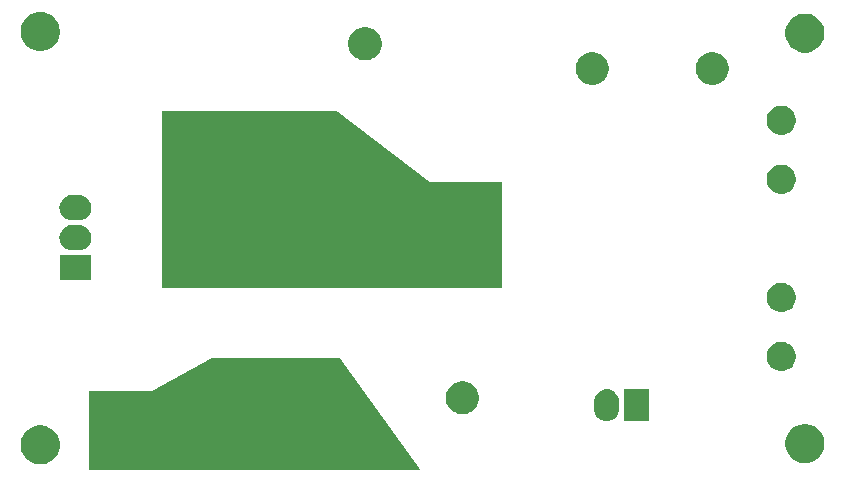
<source format=gbr>
G04 #@! TF.GenerationSoftware,KiCad,Pcbnew,(5.1.4)-1*
G04 #@! TF.CreationDate,2021-02-21T00:25:35+00:00*
G04 #@! TF.ProjectId,5v_to_bipolar15v_PSU,35765f74-6f5f-4626-9970-6f6c61723135,rev?*
G04 #@! TF.SameCoordinates,Original*
G04 #@! TF.FileFunction,Soldermask,Bot*
G04 #@! TF.FilePolarity,Negative*
%FSLAX46Y46*%
G04 Gerber Fmt 4.6, Leading zero omitted, Abs format (unit mm)*
G04 Created by KiCad (PCBNEW (5.1.4)-1) date 2021-02-21 00:25:35*
%MOMM*%
%LPD*%
G04 APERTURE LIST*
%ADD10C,0.100000*%
G04 APERTURE END LIST*
D10*
G36*
X150110500Y-92183400D02*
G01*
X156270000Y-92183400D01*
X156270000Y-101073400D01*
X127504500Y-101073400D01*
X127504500Y-86214400D01*
X142300000Y-86214400D01*
X150110500Y-92183400D01*
G37*
X150110500Y-92183400D02*
X156270000Y-92183400D01*
X156270000Y-101073400D01*
X127504500Y-101073400D01*
X127504500Y-86214400D01*
X142300000Y-86214400D01*
X150110500Y-92183400D01*
G36*
X149285000Y-116503900D02*
G01*
X121308000Y-116487400D01*
X121308000Y-109883400D01*
X126642000Y-109883400D01*
X131722000Y-107089400D01*
X142517000Y-107089400D01*
X149285000Y-116503900D01*
G37*
X149285000Y-116503900D02*
X121308000Y-116487400D01*
X121308000Y-109883400D01*
X126642000Y-109883400D01*
X131722000Y-107089400D01*
X142517000Y-107089400D01*
X149285000Y-116503900D01*
G36*
X117592756Y-112857698D02*
G01*
X117699079Y-112878847D01*
X117999542Y-113003303D01*
X118269951Y-113183985D01*
X118499915Y-113413949D01*
X118680597Y-113684358D01*
X118805053Y-113984821D01*
X118868500Y-114303791D01*
X118868500Y-114629009D01*
X118805053Y-114947979D01*
X118680597Y-115248442D01*
X118499915Y-115518851D01*
X118269951Y-115748815D01*
X117999542Y-115929497D01*
X117699079Y-116053953D01*
X117592756Y-116075102D01*
X117380111Y-116117400D01*
X117054889Y-116117400D01*
X116842244Y-116075102D01*
X116735921Y-116053953D01*
X116435458Y-115929497D01*
X116165049Y-115748815D01*
X115935085Y-115518851D01*
X115754403Y-115248442D01*
X115629947Y-114947979D01*
X115566500Y-114629009D01*
X115566500Y-114303791D01*
X115629947Y-113984821D01*
X115754403Y-113684358D01*
X115935085Y-113413949D01*
X116165049Y-113183985D01*
X116435458Y-113003303D01*
X116735921Y-112878847D01*
X116842244Y-112857698D01*
X117054889Y-112815400D01*
X117380111Y-112815400D01*
X117592756Y-112857698D01*
X117592756Y-112857698D01*
G37*
G36*
X182336256Y-112744698D02*
G01*
X182442579Y-112765847D01*
X182743042Y-112890303D01*
X183013451Y-113070985D01*
X183243415Y-113300949D01*
X183424097Y-113571358D01*
X183548553Y-113871821D01*
X183612000Y-114190791D01*
X183612000Y-114516009D01*
X183548553Y-114834979D01*
X183424097Y-115135442D01*
X183243415Y-115405851D01*
X183013451Y-115635815D01*
X182743042Y-115816497D01*
X182442579Y-115940953D01*
X182336256Y-115962102D01*
X182123611Y-116004400D01*
X181798389Y-116004400D01*
X181585744Y-115962102D01*
X181479421Y-115940953D01*
X181178958Y-115816497D01*
X180908549Y-115635815D01*
X180678585Y-115405851D01*
X180497903Y-115135442D01*
X180373447Y-114834979D01*
X180310000Y-114516009D01*
X180310000Y-114190791D01*
X180373447Y-113871821D01*
X180497903Y-113571358D01*
X180678585Y-113300949D01*
X180908549Y-113070985D01*
X181178958Y-112890303D01*
X181479421Y-112765847D01*
X181585744Y-112744698D01*
X181798389Y-112702400D01*
X182123611Y-112702400D01*
X182336256Y-112744698D01*
X182336256Y-112744698D01*
G37*
G36*
X165377032Y-109767607D02*
G01*
X165509446Y-109807775D01*
X165575149Y-109827706D01*
X165671975Y-109879461D01*
X165757729Y-109925297D01*
X165917765Y-110056635D01*
X166049103Y-110216671D01*
X166080291Y-110275021D01*
X166146694Y-110399251D01*
X166146695Y-110399255D01*
X166206793Y-110597369D01*
X166222000Y-110751771D01*
X166222000Y-111455030D01*
X166206793Y-111609432D01*
X166146695Y-111807545D01*
X166146694Y-111807549D01*
X166112025Y-111872410D01*
X166049103Y-111990129D01*
X165917765Y-112150165D01*
X165757729Y-112281503D01*
X165641030Y-112343879D01*
X165575148Y-112379094D01*
X165575145Y-112379095D01*
X165377031Y-112439193D01*
X165171000Y-112459485D01*
X164964968Y-112439193D01*
X164766854Y-112379095D01*
X164766851Y-112379094D01*
X164670025Y-112327339D01*
X164584271Y-112281503D01*
X164424235Y-112150165D01*
X164292897Y-111990129D01*
X164201198Y-111818571D01*
X164195306Y-111807548D01*
X164166613Y-111712960D01*
X164135207Y-111609431D01*
X164120000Y-111455029D01*
X164120000Y-110751770D01*
X164135207Y-110597368D01*
X164154296Y-110534440D01*
X164195305Y-110399253D01*
X164270184Y-110259165D01*
X164292898Y-110216671D01*
X164424236Y-110056635D01*
X164584272Y-109925297D01*
X164670026Y-109879461D01*
X164766852Y-109827706D01*
X164832555Y-109807775D01*
X164964969Y-109767607D01*
X165171000Y-109747315D01*
X165377032Y-109767607D01*
X165377032Y-109767607D01*
G37*
G36*
X168762000Y-112454400D02*
G01*
X166660000Y-112454400D01*
X166660000Y-109752400D01*
X168762000Y-109752400D01*
X168762000Y-112454400D01*
X168762000Y-112454400D01*
G37*
G36*
X153369658Y-109124229D02*
G01*
X153369661Y-109124230D01*
X153369660Y-109124230D01*
X153624627Y-109229841D01*
X153854092Y-109383164D01*
X154049236Y-109578308D01*
X154162162Y-109747315D01*
X154202560Y-109807775D01*
X154308171Y-110062742D01*
X154362010Y-110333411D01*
X154362010Y-110609389D01*
X154308171Y-110880058D01*
X154308170Y-110880060D01*
X154202559Y-111135027D01*
X154049236Y-111364492D01*
X153854092Y-111559636D01*
X153624627Y-111712959D01*
X153624626Y-111712960D01*
X153624625Y-111712960D01*
X153369658Y-111818571D01*
X153098989Y-111872410D01*
X152823011Y-111872410D01*
X152552342Y-111818571D01*
X152297375Y-111712960D01*
X152297374Y-111712960D01*
X152297373Y-111712959D01*
X152067908Y-111559636D01*
X151872764Y-111364492D01*
X151719441Y-111135027D01*
X151613830Y-110880060D01*
X151613829Y-110880058D01*
X151559990Y-110609389D01*
X151559990Y-110333411D01*
X151613829Y-110062742D01*
X151719440Y-109807775D01*
X151759838Y-109747315D01*
X151872764Y-109578308D01*
X152067908Y-109383164D01*
X152297373Y-109229841D01*
X152552340Y-109124230D01*
X152552339Y-109124230D01*
X152552342Y-109124229D01*
X152823011Y-109070390D01*
X153098989Y-109070390D01*
X153369658Y-109124229D01*
X153369658Y-109124229D01*
G37*
G36*
X143209658Y-109124229D02*
G01*
X143209661Y-109124230D01*
X143209660Y-109124230D01*
X143464627Y-109229841D01*
X143694092Y-109383164D01*
X143889236Y-109578308D01*
X144002162Y-109747315D01*
X144042560Y-109807775D01*
X144148171Y-110062742D01*
X144202010Y-110333411D01*
X144202010Y-110609389D01*
X144148171Y-110880058D01*
X144148170Y-110880060D01*
X144042559Y-111135027D01*
X143889236Y-111364492D01*
X143694092Y-111559636D01*
X143464627Y-111712959D01*
X143464626Y-111712960D01*
X143464625Y-111712960D01*
X143209658Y-111818571D01*
X142938989Y-111872410D01*
X142663011Y-111872410D01*
X142392342Y-111818571D01*
X142137375Y-111712960D01*
X142137374Y-111712960D01*
X142137373Y-111712959D01*
X141907908Y-111559636D01*
X141712764Y-111364492D01*
X141559441Y-111135027D01*
X141453830Y-110880060D01*
X141453829Y-110880058D01*
X141399990Y-110609389D01*
X141399990Y-110333411D01*
X141453829Y-110062742D01*
X141559440Y-109807775D01*
X141599838Y-109747315D01*
X141712764Y-109578308D01*
X141907908Y-109383164D01*
X142137373Y-109229841D01*
X142392340Y-109124230D01*
X142392339Y-109124230D01*
X142392342Y-109124229D01*
X142663011Y-109070390D01*
X142938989Y-109070390D01*
X143209658Y-109124229D01*
X143209658Y-109124229D01*
G37*
G36*
X180318610Y-105797514D02*
G01*
X180541727Y-105889932D01*
X180541729Y-105889933D01*
X180592269Y-105923703D01*
X180742529Y-106024103D01*
X180913297Y-106194871D01*
X181047468Y-106395673D01*
X181139886Y-106618790D01*
X181187000Y-106855648D01*
X181187000Y-107097152D01*
X181139886Y-107334010D01*
X181047468Y-107557127D01*
X180913297Y-107757929D01*
X180742529Y-107928697D01*
X180592269Y-108029097D01*
X180541729Y-108062867D01*
X180541728Y-108062868D01*
X180541727Y-108062868D01*
X180318610Y-108155286D01*
X180081752Y-108202400D01*
X179840248Y-108202400D01*
X179603390Y-108155286D01*
X179380273Y-108062868D01*
X179380272Y-108062868D01*
X179380271Y-108062867D01*
X179329731Y-108029097D01*
X179179471Y-107928697D01*
X179008703Y-107757929D01*
X178874532Y-107557127D01*
X178782114Y-107334010D01*
X178735000Y-107097152D01*
X178735000Y-106855648D01*
X178782114Y-106618790D01*
X178874532Y-106395673D01*
X179008703Y-106194871D01*
X179179471Y-106024103D01*
X179329731Y-105923703D01*
X179380271Y-105889933D01*
X179380273Y-105889932D01*
X179603390Y-105797514D01*
X179840248Y-105750400D01*
X180081752Y-105750400D01*
X180318610Y-105797514D01*
X180318610Y-105797514D01*
G37*
G36*
X180318610Y-100797514D02*
G01*
X180541727Y-100889932D01*
X180541729Y-100889933D01*
X180592269Y-100923703D01*
X180742529Y-101024103D01*
X180913297Y-101194871D01*
X181047468Y-101395673D01*
X181139886Y-101618790D01*
X181187000Y-101855648D01*
X181187000Y-102097152D01*
X181139886Y-102334010D01*
X181047468Y-102557127D01*
X180913297Y-102757929D01*
X180742529Y-102928697D01*
X180592269Y-103029097D01*
X180541729Y-103062867D01*
X180541728Y-103062868D01*
X180541727Y-103062868D01*
X180318610Y-103155286D01*
X180081752Y-103202400D01*
X179840248Y-103202400D01*
X179603390Y-103155286D01*
X179380273Y-103062868D01*
X179380272Y-103062868D01*
X179380271Y-103062867D01*
X179329731Y-103029097D01*
X179179471Y-102928697D01*
X179008703Y-102757929D01*
X178874532Y-102557127D01*
X178782114Y-102334010D01*
X178735000Y-102097152D01*
X178735000Y-101855648D01*
X178782114Y-101618790D01*
X178874532Y-101395673D01*
X179008703Y-101194871D01*
X179179471Y-101024103D01*
X179329731Y-100923703D01*
X179380271Y-100889933D01*
X179380273Y-100889932D01*
X179603390Y-100797514D01*
X179840248Y-100750400D01*
X180081752Y-100750400D01*
X180318610Y-100797514D01*
X180318610Y-100797514D01*
G37*
G36*
X121552500Y-100517400D02*
G01*
X118850500Y-100517400D01*
X118850500Y-98415400D01*
X121552500Y-98415400D01*
X121552500Y-100517400D01*
X121552500Y-100517400D01*
G37*
G36*
X120604597Y-95880469D02*
G01*
X120707532Y-95890607D01*
X120905646Y-95950705D01*
X120905649Y-95950706D01*
X121002475Y-96002461D01*
X121088229Y-96048297D01*
X121248265Y-96179635D01*
X121379603Y-96339671D01*
X121425439Y-96425425D01*
X121477194Y-96522251D01*
X121477195Y-96522254D01*
X121537293Y-96720368D01*
X121557585Y-96926400D01*
X121537293Y-97132432D01*
X121477195Y-97330546D01*
X121477194Y-97330549D01*
X121425439Y-97427375D01*
X121379603Y-97513129D01*
X121248265Y-97673165D01*
X121088229Y-97804503D01*
X121002475Y-97850339D01*
X120905649Y-97902094D01*
X120905646Y-97902095D01*
X120707532Y-97962193D01*
X120604597Y-97972331D01*
X120553131Y-97977400D01*
X119849869Y-97977400D01*
X119798403Y-97972331D01*
X119695468Y-97962193D01*
X119497354Y-97902095D01*
X119497351Y-97902094D01*
X119400525Y-97850339D01*
X119314771Y-97804503D01*
X119154735Y-97673165D01*
X119023397Y-97513129D01*
X118977561Y-97427375D01*
X118925806Y-97330549D01*
X118925805Y-97330546D01*
X118865707Y-97132432D01*
X118845415Y-96926400D01*
X118865707Y-96720368D01*
X118925805Y-96522254D01*
X118925806Y-96522251D01*
X118977561Y-96425425D01*
X119023397Y-96339671D01*
X119154735Y-96179635D01*
X119314771Y-96048297D01*
X119400525Y-96002461D01*
X119497351Y-95950706D01*
X119497354Y-95950705D01*
X119695468Y-95890607D01*
X119798403Y-95880469D01*
X119849869Y-95875400D01*
X120553131Y-95875400D01*
X120604597Y-95880469D01*
X120604597Y-95880469D01*
G37*
G36*
X120604597Y-93340469D02*
G01*
X120707532Y-93350607D01*
X120905646Y-93410705D01*
X120905649Y-93410706D01*
X121002475Y-93462461D01*
X121088229Y-93508297D01*
X121248265Y-93639635D01*
X121379603Y-93799671D01*
X121425439Y-93885425D01*
X121477194Y-93982251D01*
X121477195Y-93982254D01*
X121537293Y-94180368D01*
X121557585Y-94386400D01*
X121537293Y-94592432D01*
X121477195Y-94790546D01*
X121477194Y-94790549D01*
X121425439Y-94887375D01*
X121379603Y-94973129D01*
X121248265Y-95133165D01*
X121088229Y-95264503D01*
X121002475Y-95310339D01*
X120905649Y-95362094D01*
X120905646Y-95362095D01*
X120707532Y-95422193D01*
X120604597Y-95432331D01*
X120553131Y-95437400D01*
X119849869Y-95437400D01*
X119798403Y-95432331D01*
X119695468Y-95422193D01*
X119497354Y-95362095D01*
X119497351Y-95362094D01*
X119400525Y-95310339D01*
X119314771Y-95264503D01*
X119154735Y-95133165D01*
X119023397Y-94973129D01*
X118977561Y-94887375D01*
X118925806Y-94790549D01*
X118925805Y-94790546D01*
X118865707Y-94592432D01*
X118845415Y-94386400D01*
X118865707Y-94180368D01*
X118925805Y-93982254D01*
X118925806Y-93982251D01*
X118977561Y-93885425D01*
X119023397Y-93799671D01*
X119154735Y-93639635D01*
X119314771Y-93508297D01*
X119400525Y-93462461D01*
X119497351Y-93410706D01*
X119497354Y-93410705D01*
X119695468Y-93350607D01*
X119798403Y-93340469D01*
X119849869Y-93335400D01*
X120553131Y-93335400D01*
X120604597Y-93340469D01*
X120604597Y-93340469D01*
G37*
G36*
X180318610Y-90797514D02*
G01*
X180541727Y-90889932D01*
X180541729Y-90889933D01*
X180592269Y-90923703D01*
X180742529Y-91024103D01*
X180913297Y-91194871D01*
X181047468Y-91395673D01*
X181139886Y-91618790D01*
X181187000Y-91855648D01*
X181187000Y-92097152D01*
X181139886Y-92334010D01*
X181047468Y-92557127D01*
X180913297Y-92757929D01*
X180742529Y-92928697D01*
X180592269Y-93029097D01*
X180541729Y-93062867D01*
X180541728Y-93062868D01*
X180541727Y-93062868D01*
X180318610Y-93155286D01*
X180081752Y-93202400D01*
X179840248Y-93202400D01*
X179603390Y-93155286D01*
X179380273Y-93062868D01*
X179380272Y-93062868D01*
X179380271Y-93062867D01*
X179329731Y-93029097D01*
X179179471Y-92928697D01*
X179008703Y-92757929D01*
X178874532Y-92557127D01*
X178782114Y-92334010D01*
X178735000Y-92097152D01*
X178735000Y-91855648D01*
X178782114Y-91618790D01*
X178874532Y-91395673D01*
X179008703Y-91194871D01*
X179179471Y-91024103D01*
X179329731Y-90923703D01*
X179380271Y-90889933D01*
X179380273Y-90889932D01*
X179603390Y-90797514D01*
X179840248Y-90750400D01*
X180081752Y-90750400D01*
X180318610Y-90797514D01*
X180318610Y-90797514D01*
G37*
G36*
X145121658Y-89312229D02*
G01*
X145121661Y-89312230D01*
X145121660Y-89312230D01*
X145376627Y-89417841D01*
X145606092Y-89571164D01*
X145801236Y-89766308D01*
X145954559Y-89995773D01*
X145954560Y-89995775D01*
X146060171Y-90250742D01*
X146114010Y-90521411D01*
X146114010Y-90797389D01*
X146060171Y-91068058D01*
X146060170Y-91068060D01*
X145954559Y-91323027D01*
X145801236Y-91552492D01*
X145606092Y-91747636D01*
X145376627Y-91900959D01*
X145376626Y-91900960D01*
X145376625Y-91900960D01*
X145121658Y-92006571D01*
X144850989Y-92060410D01*
X144575011Y-92060410D01*
X144304342Y-92006571D01*
X144049375Y-91900960D01*
X144049374Y-91900960D01*
X144049373Y-91900959D01*
X143819908Y-91747636D01*
X143624764Y-91552492D01*
X143471441Y-91323027D01*
X143365830Y-91068060D01*
X143365829Y-91068058D01*
X143311990Y-90797389D01*
X143311990Y-90521411D01*
X143365829Y-90250742D01*
X143471440Y-89995775D01*
X143471441Y-89995773D01*
X143624764Y-89766308D01*
X143819908Y-89571164D01*
X144049373Y-89417841D01*
X144304340Y-89312230D01*
X144304339Y-89312230D01*
X144304342Y-89312229D01*
X144575011Y-89258390D01*
X144850989Y-89258390D01*
X145121658Y-89312229D01*
X145121658Y-89312229D01*
G37*
G36*
X180318610Y-85797514D02*
G01*
X180541727Y-85889932D01*
X180541729Y-85889933D01*
X180592269Y-85923703D01*
X180742529Y-86024103D01*
X180913297Y-86194871D01*
X181047468Y-86395673D01*
X181139886Y-86618790D01*
X181187000Y-86855648D01*
X181187000Y-87097152D01*
X181139886Y-87334010D01*
X181047468Y-87557127D01*
X180913297Y-87757929D01*
X180742529Y-87928697D01*
X180592269Y-88029097D01*
X180541729Y-88062867D01*
X180541728Y-88062868D01*
X180541727Y-88062868D01*
X180318610Y-88155286D01*
X180081752Y-88202400D01*
X179840248Y-88202400D01*
X179603390Y-88155286D01*
X179380273Y-88062868D01*
X179380272Y-88062868D01*
X179380271Y-88062867D01*
X179329731Y-88029097D01*
X179179471Y-87928697D01*
X179008703Y-87757929D01*
X178874532Y-87557127D01*
X178782114Y-87334010D01*
X178735000Y-87097152D01*
X178735000Y-86855648D01*
X178782114Y-86618790D01*
X178874532Y-86395673D01*
X179008703Y-86194871D01*
X179179471Y-86024103D01*
X179329731Y-85923703D01*
X179380271Y-85889933D01*
X179380273Y-85889932D01*
X179603390Y-85797514D01*
X179840248Y-85750400D01*
X180081752Y-85750400D01*
X180318610Y-85797514D01*
X180318610Y-85797514D01*
G37*
G36*
X164369658Y-81256229D02*
G01*
X164369661Y-81256230D01*
X164369660Y-81256230D01*
X164624627Y-81361841D01*
X164854092Y-81515164D01*
X165049236Y-81710308D01*
X165202559Y-81939773D01*
X165202560Y-81939775D01*
X165308171Y-82194742D01*
X165362010Y-82465411D01*
X165362010Y-82741389D01*
X165308171Y-83012058D01*
X165308170Y-83012060D01*
X165202559Y-83267027D01*
X165049236Y-83496492D01*
X164854092Y-83691636D01*
X164624627Y-83844959D01*
X164624626Y-83844960D01*
X164624625Y-83844960D01*
X164369658Y-83950571D01*
X164098989Y-84004410D01*
X163823011Y-84004410D01*
X163552342Y-83950571D01*
X163297375Y-83844960D01*
X163297374Y-83844960D01*
X163297373Y-83844959D01*
X163067908Y-83691636D01*
X162872764Y-83496492D01*
X162719441Y-83267027D01*
X162613830Y-83012060D01*
X162613829Y-83012058D01*
X162559990Y-82741389D01*
X162559990Y-82465411D01*
X162613829Y-82194742D01*
X162719440Y-81939775D01*
X162719441Y-81939773D01*
X162872764Y-81710308D01*
X163067908Y-81515164D01*
X163297373Y-81361841D01*
X163552340Y-81256230D01*
X163552339Y-81256230D01*
X163552342Y-81256229D01*
X163823011Y-81202390D01*
X164098989Y-81202390D01*
X164369658Y-81256229D01*
X164369658Y-81256229D01*
G37*
G36*
X174529658Y-81256229D02*
G01*
X174529661Y-81256230D01*
X174529660Y-81256230D01*
X174784627Y-81361841D01*
X175014092Y-81515164D01*
X175209236Y-81710308D01*
X175362559Y-81939773D01*
X175362560Y-81939775D01*
X175468171Y-82194742D01*
X175522010Y-82465411D01*
X175522010Y-82741389D01*
X175468171Y-83012058D01*
X175468170Y-83012060D01*
X175362559Y-83267027D01*
X175209236Y-83496492D01*
X175014092Y-83691636D01*
X174784627Y-83844959D01*
X174784626Y-83844960D01*
X174784625Y-83844960D01*
X174529658Y-83950571D01*
X174258989Y-84004410D01*
X173983011Y-84004410D01*
X173712342Y-83950571D01*
X173457375Y-83844960D01*
X173457374Y-83844960D01*
X173457373Y-83844959D01*
X173227908Y-83691636D01*
X173032764Y-83496492D01*
X172879441Y-83267027D01*
X172773830Y-83012060D01*
X172773829Y-83012058D01*
X172719990Y-82741389D01*
X172719990Y-82465411D01*
X172773829Y-82194742D01*
X172879440Y-81939775D01*
X172879441Y-81939773D01*
X173032764Y-81710308D01*
X173227908Y-81515164D01*
X173457373Y-81361841D01*
X173712340Y-81256230D01*
X173712339Y-81256230D01*
X173712342Y-81256229D01*
X173983011Y-81202390D01*
X174258989Y-81202390D01*
X174529658Y-81256229D01*
X174529658Y-81256229D01*
G37*
G36*
X145121658Y-79152229D02*
G01*
X145121661Y-79152230D01*
X145121660Y-79152230D01*
X145376627Y-79257841D01*
X145606092Y-79411164D01*
X145801236Y-79606308D01*
X145954559Y-79835773D01*
X145954560Y-79835775D01*
X146060171Y-80090742D01*
X146114010Y-80361411D01*
X146114010Y-80637389D01*
X146060171Y-80908058D01*
X145954560Y-81163025D01*
X145954559Y-81163027D01*
X145801236Y-81392492D01*
X145606092Y-81587636D01*
X145376627Y-81740959D01*
X145376626Y-81740960D01*
X145376625Y-81740960D01*
X145121658Y-81846571D01*
X144850989Y-81900410D01*
X144575011Y-81900410D01*
X144304342Y-81846571D01*
X144049375Y-81740960D01*
X144049374Y-81740960D01*
X144049373Y-81740959D01*
X143819908Y-81587636D01*
X143624764Y-81392492D01*
X143471441Y-81163027D01*
X143471440Y-81163025D01*
X143365829Y-80908058D01*
X143311990Y-80637389D01*
X143311990Y-80361411D01*
X143365829Y-80090742D01*
X143471440Y-79835775D01*
X143471441Y-79835773D01*
X143624764Y-79606308D01*
X143819908Y-79411164D01*
X144049373Y-79257841D01*
X144304340Y-79152230D01*
X144304339Y-79152230D01*
X144304342Y-79152229D01*
X144575011Y-79098390D01*
X144850989Y-79098390D01*
X145121658Y-79152229D01*
X145121658Y-79152229D01*
G37*
G36*
X182336256Y-77994698D02*
G01*
X182442579Y-78015847D01*
X182743042Y-78140303D01*
X183013451Y-78320985D01*
X183243415Y-78550949D01*
X183424097Y-78821358D01*
X183548553Y-79121821D01*
X183612000Y-79440791D01*
X183612000Y-79766009D01*
X183548553Y-80084979D01*
X183424097Y-80385442D01*
X183243415Y-80655851D01*
X183013451Y-80885815D01*
X182743042Y-81066497D01*
X182442579Y-81190953D01*
X182385081Y-81202390D01*
X182123611Y-81254400D01*
X181798389Y-81254400D01*
X181536919Y-81202390D01*
X181479421Y-81190953D01*
X181178958Y-81066497D01*
X180908549Y-80885815D01*
X180678585Y-80655851D01*
X180497903Y-80385442D01*
X180373447Y-80084979D01*
X180310000Y-79766009D01*
X180310000Y-79440791D01*
X180373447Y-79121821D01*
X180497903Y-78821358D01*
X180678585Y-78550949D01*
X180908549Y-78320985D01*
X181178958Y-78140303D01*
X181479421Y-78015847D01*
X181585744Y-77994698D01*
X181798389Y-77952400D01*
X182123611Y-77952400D01*
X182336256Y-77994698D01*
X182336256Y-77994698D01*
G37*
G36*
X117592756Y-77857698D02*
G01*
X117699079Y-77878847D01*
X117999542Y-78003303D01*
X118269951Y-78183985D01*
X118499915Y-78413949D01*
X118591457Y-78550951D01*
X118680598Y-78684360D01*
X118805053Y-78984822D01*
X118838353Y-79152229D01*
X118868500Y-79303791D01*
X118868500Y-79629009D01*
X118805053Y-79947979D01*
X118680597Y-80248442D01*
X118499915Y-80518851D01*
X118269951Y-80748815D01*
X117999542Y-80929497D01*
X117699079Y-81053953D01*
X117636016Y-81066497D01*
X117380111Y-81117400D01*
X117054889Y-81117400D01*
X116798984Y-81066497D01*
X116735921Y-81053953D01*
X116435458Y-80929497D01*
X116165049Y-80748815D01*
X115935085Y-80518851D01*
X115754403Y-80248442D01*
X115629947Y-79947979D01*
X115566500Y-79629009D01*
X115566500Y-79303791D01*
X115596648Y-79152229D01*
X115629947Y-78984822D01*
X115754402Y-78684360D01*
X115843543Y-78550951D01*
X115935085Y-78413949D01*
X116165049Y-78183985D01*
X116435458Y-78003303D01*
X116735921Y-77878847D01*
X116842244Y-77857698D01*
X117054889Y-77815400D01*
X117380111Y-77815400D01*
X117592756Y-77857698D01*
X117592756Y-77857698D01*
G37*
M02*

</source>
